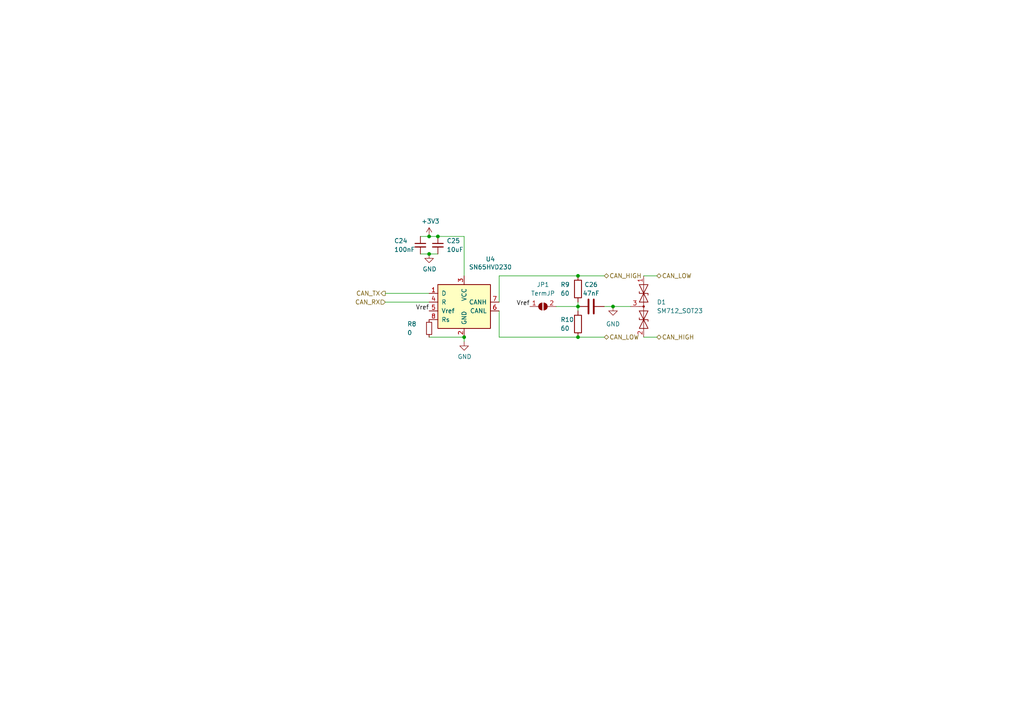
<source format=kicad_sch>
(kicad_sch (version 20230121) (generator eeschema)
  (paper "A4")
  (lib_symbols
    (symbol "Device:C" (pin_numbers hide) (pin_names (offset 0.254))
      (property "Reference" "C" (at 0.635 2.54 0))
      (property "Value" "C" (at 0.635 -2.54 0))
      (symbol "C_0_1"
        (polyline (pts (xy -2.032 -0.762) (xy 2.032 -0.762)) (stroke (width 0.508)))
        (polyline (pts (xy -2.032 0.762) (xy 2.032 0.762)) (stroke (width 0.508)))
      )
      (symbol "C_1_1"
        (pin passive line (at 0 3.81 270) (length 2.794) (name "~") (number "1"))
        (pin passive line (at 0 -3.81 90) (length 2.794) (name "~") (number "2"))
      )
    )
    (symbol "Device:C_Small" (pin_numbers hide) (pin_names (offset 0.254) hide)
      (property "Reference" "C" (at 0.254 1.778 0))
      (property "Value" "C_Small" (at 0.254 -2.032 0))
      (symbol "C_Small_0_1"
        (polyline (pts (xy -1.524 -0.508) (xy 1.524 -0.508)) (stroke (width 0.3302)))
        (polyline (pts (xy -1.524 0.508) (xy 1.524 0.508)) (stroke (width 0.3048)))
      )
      (symbol "C_Small_1_1"
        (pin passive line (at 0 2.54 270) (length 2.032) (name "~") (number "1"))
        (pin passive line (at 0 -2.54 90) (length 2.032) (name "~") (number "2"))
      )
    )
    (symbol "Device:R" (pin_numbers hide) (pin_names (offset 0))
      (property "Reference" "R" (at 2.032 0 90))
      (property "Value" "R" (at 0 0 90))
      (symbol "R_0_1"
        (rectangle (start -1.016 -2.54) (end 1.016 2.54) (stroke (width 0.254)))
      )
      (symbol "R_1_1"
        (pin passive line (at 0 3.81 270) (length 1.27) (name "~") (number "1"))
        (pin passive line (at 0 -3.81 90) (length 1.27) (name "~") (number "2"))
      )
    )
    (symbol "Device:R_Small" (pin_numbers hide) (pin_names (offset 0.254) hide)
      (property "Reference" "R" (at 0.762 0.508 0))
      (property "Value" "R_Small" (at 0.762 -1.016 0))
      (symbol "R_Small_0_1"
        (rectangle (start -0.762 1.778) (end 0.762 -1.778) (stroke (width 0.2032)))
      )
      (symbol "R_Small_1_1"
        (pin passive line (at 0 2.54 270) (length 0.762) (name "~") (number "1"))
        (pin passive line (at 0 -2.54 90) (length 0.762) (name "~") (number "2"))
      )
    )
    (symbol "Diode:SM712_SOT23" (pin_names (offset 1.016) hide)
      (property "Reference" "D" (at 0 4.445 0))
      (property "Value" "SM712_SOT23" (at 0 2.54 0))
      (symbol "SM712_SOT23_0_0"
        (polyline (pts (xy 0 -1.27) (xy 0 0)))
      )
      (symbol "SM712_SOT23_0_1"
        (polyline (pts (xy -6.35 0) (xy 6.35 0)))
        (polyline (pts (xy -3.302 1.27) (xy -3.81 1.27) (xy -3.81 -1.27) (xy -4.318 -1.27)) (stroke (width 0.2032)))
        (polyline (pts (xy 4.318 1.27) (xy 3.81 1.27) (xy 3.81 -1.27) (xy 3.302 -1.27)) (stroke (width 0.2032)))
        (polyline (pts (xy -6.35 -1.27) (xy -1.27 1.27) (xy -1.27 -1.27) (xy -6.35 1.27) (xy -6.35 -1.27)) (stroke (width 0.2032)))
        (polyline (pts (xy 1.27 -1.27) (xy 1.27 1.27) (xy 6.35 -1.27) (xy 6.35 1.27) (xy 1.27 -1.27)) (stroke (width 0.2032)))
        (circle (center 0 0) (radius 0.254) (fill (type outline)))
      )
      (symbol "SM712_SOT23_1_1"
        (pin passive line (at -8.89 0 0) (length 2.54) (name "A1") (number "1"))
        (pin passive line (at 8.89 0 180) (length 2.54) (name "A2") (number "2"))
        (pin input line (at 0 -3.81 90) (length 2.54) (name "common") (number "3"))
      )
    )
    (symbol "Interface_CAN_LIN:SN65HVD230" (pin_names (offset 1.016))
      (property "Reference" "U" (at -2.54 10.16 0))
      (property "Value" "SN65HVD230" (at -2.54 7.62 0))
      (symbol "SN65HVD230_0_1"
        (rectangle (start -7.62 5.08) (end 7.62 -7.62) (stroke (width 0.254)) (fill (type background)))
      )
      (symbol "SN65HVD230_1_1"
        (pin input line (at -10.16 2.54 0) (length 2.54) (name "D") (number "1"))
        (pin power_in line (at 0 -10.16 90) (length 2.54) (name "GND") (number "2"))
        (pin power_in line (at 0 7.62 270) (length 2.54) (name "VCC") (number "3"))
        (pin output line (at -10.16 0 0) (length 2.54) (name "R") (number "4"))
        (pin output line (at -10.16 -2.54 0) (length 2.54) (name "Vref") (number "5"))
        (pin bidirectional line (at 10.16 -2.54 180) (length 2.54) (name "CANL") (number "6"))
        (pin bidirectional line (at 10.16 0 180) (length 2.54) (name "CANH") (number "7"))
        (pin input line (at -10.16 -5.08 0) (length 2.54) (name "Rs") (number "8"))
      )
    )
    (symbol "Jumper:SolderJumper_2_Open" (pin_names (offset 0) hide)
      (property "Reference" "JP" (at 0 2.032 0))
      (property "Value" "SolderJumper_2_Open" (at 0 -2.54 0))
      (symbol "SolderJumper_2_Open_0_1"
        (arc (start -0.254 1.016) (mid -1.2656 0) (end -0.254 -1.016))
        (arc (start -0.254 1.016) (mid -1.2656 0) (end -0.254 -1.016) (fill (type outline)))
        (polyline (pts (xy -0.254 1.016) (xy -0.254 -1.016)))
        (polyline (pts (xy 0.254 1.016) (xy 0.254 -1.016)))
        (arc (start 0.254 -1.016) (mid 1.2656 0) (end 0.254 1.016))
        (arc (start 0.254 -1.016) (mid 1.2656 0) (end 0.254 1.016) (fill (type outline)))
      )
      (symbol "SolderJumper_2_Open_1_1"
        (pin passive line (at -3.81 0 0) (length 2.54) (name "A") (number "1"))
        (pin passive line (at 3.81 0 180) (length 2.54) (name "B") (number "2"))
      )
    )
    (symbol "power:+3.3V" (power) (pin_names (offset 0))
      (property "Value" "+3.3V" (at 0 3.556 0))
      (symbol "+3.3V_0_1"
        (polyline (pts (xy -0.762 1.27) (xy 0 2.54)))
        (polyline (pts (xy 0 0) (xy 0 2.54)))
        (polyline (pts (xy 0 2.54) (xy 0.762 1.27)))
      )
      (symbol "+3.3V_1_1"
        (pin power_in line (at 0 0 90) (length 0) hide (name "+3V3") (number "1"))
      )
    )
    (symbol "power:GND" (power) (pin_names (offset 0))
      (property "Value" "GND" (at 0 -3.81 0))
      (symbol "GND_0_1"
        (polyline (pts (xy 0 0) (xy 0 -1.27) (xy 1.27 -1.27) (xy 0 -2.54) (xy -1.27 -1.27) (xy 0 -1.27)))
      )
      (symbol "GND_1_1"
        (pin power_in line (at 0 0 270) (length 0) hide (name "GND") (number "1"))
      )
    )
  )
  (junction (at 124.46 73.66))
  (junction (at 167.64 88.9))
  (junction (at 124.46 68.58))
  (junction (at 167.64 80.01))
  (junction (at 177.8 88.9))
  (junction (at 167.64 97.79))
  (junction (at 127 68.58))
  (junction (at 134.62 97.79))
  (wire (pts (xy 186.69 97.79) (xy 190.5 97.79)))
  (wire (pts (xy 134.62 68.58) (xy 134.62 80.01)))
  (wire (pts (xy 177.8 88.9) (xy 182.88 88.9)))
  (wire (pts (xy 121.92 73.66) (xy 124.46 73.66)))
  (wire (pts (xy 144.78 90.17) (xy 144.78 97.79)))
  (wire (pts (xy 124.46 68.58) (xy 127 68.58)))
  (wire (pts (xy 111.76 87.63) (xy 124.46 87.63)))
  (wire (pts (xy 167.64 97.79) (xy 175.26 97.79)))
  (wire (pts (xy 124.46 73.66) (xy 127 73.66)))
  (wire (pts (xy 167.64 88.9) (xy 167.64 90.17)))
  (wire (pts (xy 186.69 80.01) (xy 190.5 80.01)))
  (wire (pts (xy 111.76 85.09) (xy 124.46 85.09)))
  (wire (pts (xy 144.78 97.79) (xy 167.64 97.79)))
  (wire (pts (xy 167.64 87.63) (xy 167.64 88.9)))
  (wire (pts (xy 161.29 88.9) (xy 167.64 88.9)))
  (wire (pts (xy 124.46 97.79) (xy 134.62 97.79)))
  (wire (pts (xy 127 68.58) (xy 134.62 68.58)))
  (wire (pts (xy 121.92 68.58) (xy 124.46 68.58)))
  (wire (pts (xy 167.64 80.01) (xy 175.26 80.01)))
  (wire (pts (xy 134.62 99.06) (xy 134.62 97.79)))
  (wire (pts (xy 144.78 87.63) (xy 144.78 80.01)))
  (wire (pts (xy 177.8 88.9) (xy 175.26 88.9)))
  (wire (pts (xy 144.78 80.01) (xy 167.64 80.01)))
  (label "Vref" (at 124.46 90.17 180))
  (label "Vref" (at 153.67 88.9 180))
  (hierarchical_label "CAN_RX" (shape input) (at 111.76 87.63 180))
  (hierarchical_label "CAN_HIGH" (shape bidirectional) (at 175.26 80.01 0))
  (hierarchical_label "CAN_TX" (shape output) (at 111.76 85.09 180))
  (hierarchical_label "CAN_HIGH" (shape bidirectional) (at 190.5 97.79 0))
  (hierarchical_label "CAN_LOW" (shape bidirectional) (at 190.5 80.01 0))
  (hierarchical_label "CAN_LOW" (shape bidirectional) (at 175.26 97.79 0))
  (symbol (lib_id "power:GND") (at 134.62 99.06 0) (unit 1)
    (property "Reference" "#PWR040" (effects hide))
    (property "Value" "GND" (at 134.747 103.4542 0))
  )
  (symbol (lib_id "power:+3.3V") (at 124.46 68.58 0) (unit 1)
    (property "Reference" "#PWR038" (effects hide))
    (property "Value" "+3.3V" (at 124.841 64.1858 0))
  )
  (symbol (lib_id "Interface_CAN_LIN:SN65HVD230") (at 134.62 87.63 0) (unit 1)
    (property "Reference" "U4" (at 142.24 75.1586 0))
    (property "Value" "SN65HVD230" (at 142.24 77.47 0))
    (property "Footprint" "Package_SO:SOIC-8_3.9x4.9mm_P1.27mm" (effects hide))
    (property "Datasheet" "http://www.ti.com/lit/ds/symlink/sn65hvd230.pdf" (effects hide))
  )
  (symbol (lib_id "Device:C_Small") (at 127 71.12 0) (unit 1)
    (property "Reference" "C25" (at 129.54 69.8562 0) (effects (justify left)))
    (property "Value" "10uF" (at 129.54 72.3962 0) (effects (justify left)))
    (property "Footprint" "Capacitor_SMD:C_0402_1005Metric" (effects hide))
  )
  (symbol (lib_id "Diode:SM712_SOT23") (at 186.69 88.9 270) (unit 1)
    (property "Reference" "D1" (at 190.5 87.63 90) (effects (justify left)))
    (property "Value" "SM712_SOT23" (at 190.5 90.17 90) (effects (justify left)))
    (property "Footprint" "Package_TO_SOT_SMD:SOT-23" (effects hide))
    (property "Datasheet" "https://www.littelfuse.com/~/media/electronics/datasheets/tvs_diode_arrays/littelfuse_tvs_diode_array_sm712_datasheet.pdf.pdf" (effects hide))
  )
  (symbol (lib_id "power:GND") (at 177.8 88.9 0) (unit 1)
    (property "Reference" "#PWR041" (effects hide))
    (property "Value" "GND" (at 177.8 93.98 0))
  )
  (symbol (lib_id "Device:C_Small") (at 121.92 71.12 0) (unit 1)
    (property "Reference" "C24" (at 114.3 69.85 0) (effects (justify left)))
    (property "Value" "100nF" (at 114.3 72.39 0) (effects (justify left)))
    (property "Footprint" "Capacitor_SMD:C_0402_1005Metric" (effects hide))
  )
  (symbol (lib_id "Device:R_Small") (at 124.46 95.25 0) (unit 1)
    (property "Reference" "R8" (at 118.11 93.98 0) (effects (justify left)))
    (property "Value" "0" (at 118.11 96.52 0) (effects (justify left)))
    (property "Footprint" "Resistor_SMD:R_0603_1608Metric" (effects hide))
  )
  (symbol (lib_id "Device:R") (at 167.64 93.98 0) (unit 1)
    (property "Reference" "R10" (at 162.56 92.71 0) (effects (justify left)))
    (property "Value" "60" (at 162.56 95.25 0) (effects (justify left)))
    (property "Footprint" "Resistor_SMD:R_0603_1608Metric" (effects hide))
  )
  (symbol (lib_id "Device:R") (at 167.64 83.82 0) (unit 1)
    (property "Reference" "R9" (at 162.56 82.55 0) (effects (justify left)))
    (property "Value" "60" (at 162.56 85.09 0) (effects (justify left)))
    (property "Footprint" "Resistor_SMD:R_0603_1608Metric" (effects hide))
  )
  (symbol (lib_id "Device:C") (at 171.45 88.9 90) (unit 1)
    (property "Reference" "C26" (at 171.45 82.55 90))
    (property "Value" "47nF" (at 171.45 85.09 90))
    (property "Footprint" "Capacitor_SMD:C_0402_1005Metric" (effects hide))
  )
  (symbol (lib_id "power:GND") (at 124.46 73.66 0) (unit 1)
    (property "Reference" "#PWR039" (effects hide))
    (property "Value" "GND" (at 124.587 78.0542 0))
  )
  (symbol (lib_id "Jumper:SolderJumper_2_Open") (at 157.48 88.9 0) (unit 1)
    (property "Reference" "JP1" (at 157.48 82.55 0))
    (property "Value" "TermJP" (at 157.48 85.09 0))
    (property "Footprint" "Jumper:SolderJumper-2_P1.3mm_Open_RoundedPad1.0x1.5mm" (effects hide))
  )
)
</source>
